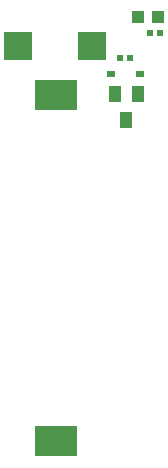
<source format=gbr>
G04 EAGLE Gerber RS-274X export*
G75*
%MOMM*%
%FSLAX34Y34*%
%LPD*%
%INSolderpaste Bottom*%
%IPPOS*%
%AMOC8*
5,1,8,0,0,1.08239X$1,22.5*%
G01*
%ADD10R,2.368000X2.403600*%
%ADD11R,1.000000X1.400000*%
%ADD12R,0.540000X0.600000*%
%ADD13R,1.100000X1.000000*%
%ADD14R,3.600000X2.600000*%
%ADD15R,0.800000X0.600000*%


D10*
X157945Y408800D03*
X95521Y408800D03*
D11*
X187205Y346125D03*
X196705Y368125D03*
X177705Y368125D03*
D12*
X216045Y419915D03*
X207405Y419915D03*
D13*
X213990Y433600D03*
X196990Y433600D03*
D14*
X127635Y366845D03*
X127635Y73845D03*
D15*
X199190Y384810D03*
X174190Y384810D03*
D12*
X190375Y398780D03*
X181735Y398780D03*
M02*

</source>
